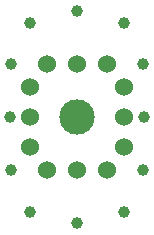
<source format=gbr>
%TF.GenerationSoftware,KiCad,Pcbnew,7.0.0*%
%TF.CreationDate,2023-02-16T14:22:05+08:00*%
%TF.ProjectId,IN12,494e3132-2e6b-4696-9361-645f70636258,rev?*%
%TF.SameCoordinates,Original*%
%TF.FileFunction,Soldermask,Bot*%
%TF.FilePolarity,Negative*%
%FSLAX46Y46*%
G04 Gerber Fmt 4.6, Leading zero omitted, Abs format (unit mm)*
G04 Created by KiCad (PCBNEW 7.0.0) date 2023-02-16 14:22:05*
%MOMM*%
%LPD*%
G01*
G04 APERTURE LIST*
%ADD10C,1.524000*%
%ADD11C,3.000000*%
%ADD12C,1.000000*%
G04 APERTURE END LIST*
D10*
%TO.C,J1*%
X143320000Y-99496000D03*
X143320000Y-102036000D03*
X144780000Y-103996000D03*
X147320000Y-103996000D03*
X149860000Y-103996000D03*
X151320000Y-102036000D03*
X151320000Y-99496000D03*
X151320000Y-96956000D03*
X149860000Y-94996000D03*
X147320000Y-94996000D03*
X144780000Y-94996000D03*
X143320000Y-96956000D03*
%TD*%
D11*
%TO.C,NX1*%
X147320000Y-99496000D03*
D12*
X152920000Y-103996000D03*
X143320000Y-107496000D03*
X141720000Y-103996000D03*
X141620000Y-99496000D03*
X141720000Y-94996000D03*
X143320000Y-91496000D03*
X147320000Y-90496000D03*
X151320000Y-91496000D03*
X152920000Y-94996000D03*
X153020000Y-99496000D03*
X151320000Y-107496000D03*
X147320000Y-108496000D03*
%TD*%
M02*

</source>
